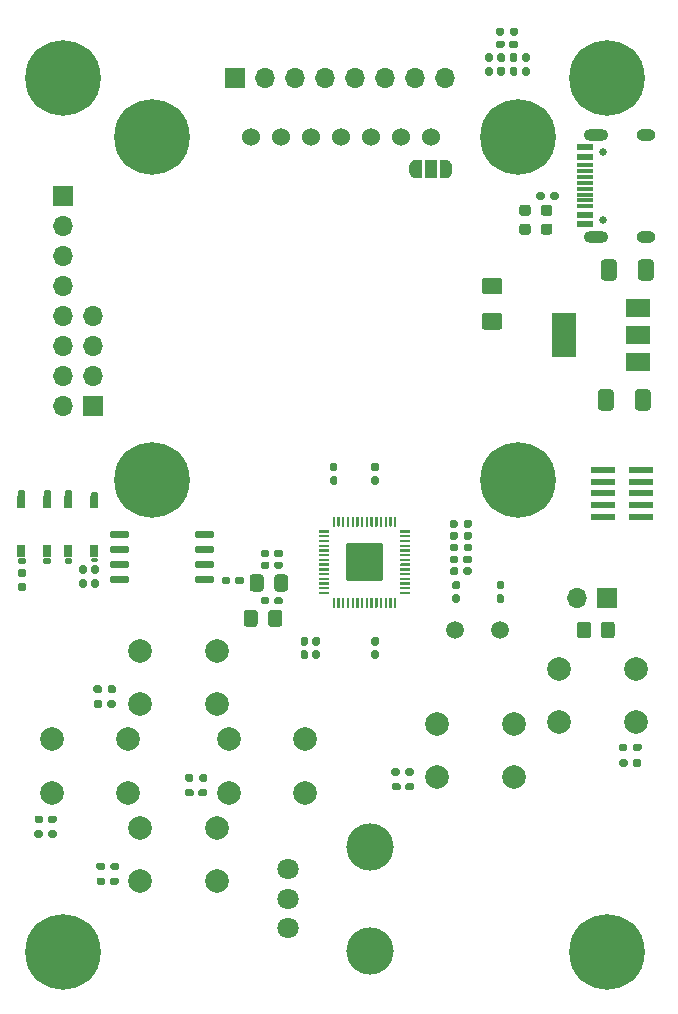
<source format=gbs>
G04 #@! TF.GenerationSoftware,KiCad,Pcbnew,5.1.9+dfsg1-1*
G04 #@! TF.CreationDate,2022-06-11T22:33:06-07:00*
G04 #@! TF.ProjectId,keygame,6b657967-616d-4652-9e6b-696361645f70,rev?*
G04 #@! TF.SameCoordinates,Original*
G04 #@! TF.FileFunction,Soldermask,Bot*
G04 #@! TF.FilePolarity,Negative*
%FSLAX46Y46*%
G04 Gerber Fmt 4.6, Leading zero omitted, Abs format (unit mm)*
G04 Created by KiCad (PCBNEW 5.1.9+dfsg1-1) date 2022-06-11 22:33:06*
%MOMM*%
%LPD*%
G01*
G04 APERTURE LIST*
%ADD10R,0.650000X1.050000*%
%ADD11C,0.800000*%
%ADD12C,6.400000*%
%ADD13R,1.700000X1.700000*%
%ADD14O,1.700000X1.700000*%
%ADD15C,2.000000*%
%ADD16C,1.524000*%
%ADD17C,1.800000*%
%ADD18C,4.000000*%
%ADD19R,2.000000X0.500000*%
%ADD20C,0.350000*%
%ADD21R,1.000000X1.500000*%
%ADD22R,2.000000X3.800000*%
%ADD23R,2.000000X1.500000*%
%ADD24C,1.500000*%
%ADD25O,1.600000X1.000000*%
%ADD26C,0.650000*%
%ADD27O,2.100000X1.000000*%
%ADD28R,1.450000X0.300000*%
%ADD29R,1.450000X0.600000*%
%ADD30C,0.254000*%
G04 APERTURE END LIST*
D10*
G04 #@! TO.C,SW9*
X138425000Y-56925000D03*
X138425000Y-61075000D03*
X140575000Y-56925000D03*
X140575000Y-61075000D03*
G04 #@! TD*
G04 #@! TO.C,SW7*
X134425000Y-56925000D03*
X134425000Y-61075000D03*
X136575000Y-56925000D03*
X136575000Y-61075000D03*
G04 #@! TD*
D11*
G04 #@! TO.C,H1*
X139697056Y-19302944D03*
X138000000Y-18600000D03*
X136302944Y-19302944D03*
X135600000Y-21000000D03*
X136302944Y-22697056D03*
X138000000Y-23400000D03*
X139697056Y-22697056D03*
X140400000Y-21000000D03*
D12*
X138000000Y-21000000D03*
G04 #@! TD*
G04 #@! TO.C,H2*
X184000000Y-21000000D03*
D11*
X186400000Y-21000000D03*
X185697056Y-22697056D03*
X184000000Y-23400000D03*
X182302944Y-22697056D03*
X181600000Y-21000000D03*
X182302944Y-19302944D03*
X184000000Y-18600000D03*
X185697056Y-19302944D03*
G04 #@! TD*
G04 #@! TO.C,H3*
X139697056Y-93302944D03*
X138000000Y-92600000D03*
X136302944Y-93302944D03*
X135600000Y-95000000D03*
X136302944Y-96697056D03*
X138000000Y-97400000D03*
X139697056Y-96697056D03*
X140400000Y-95000000D03*
D12*
X138000000Y-95000000D03*
G04 #@! TD*
G04 #@! TO.C,H4*
X184000000Y-95000000D03*
D11*
X186400000Y-95000000D03*
X185697056Y-96697056D03*
X184000000Y-97400000D03*
X182302944Y-96697056D03*
X181600000Y-95000000D03*
X182302944Y-93302944D03*
X184000000Y-92600000D03*
X185697056Y-93302944D03*
G04 #@! TD*
D12*
G04 #@! TO.C,H6*
X176500000Y-26000000D03*
D11*
X178900000Y-26000000D03*
X178197056Y-27697056D03*
X176500000Y-28400000D03*
X174802944Y-27697056D03*
X174100000Y-26000000D03*
X174802944Y-24302944D03*
X176500000Y-23600000D03*
X178197056Y-24302944D03*
G04 #@! TD*
G04 #@! TO.C,H7*
X147197056Y-53302944D03*
X145500000Y-52600000D03*
X143802944Y-53302944D03*
X143100000Y-55000000D03*
X143802944Y-56697056D03*
X145500000Y-57400000D03*
X147197056Y-56697056D03*
X147900000Y-55000000D03*
D12*
X145500000Y-55000000D03*
G04 #@! TD*
G04 #@! TO.C,H8*
X176500000Y-55000000D03*
D11*
X178900000Y-55000000D03*
X178197056Y-56697056D03*
X176500000Y-57400000D03*
X174802944Y-56697056D03*
X174100000Y-55000000D03*
X174802944Y-53302944D03*
X176500000Y-52600000D03*
X178197056Y-53302944D03*
G04 #@! TD*
D13*
G04 #@! TO.C,LS1*
X184000000Y-65000000D03*
D14*
X181460000Y-65000000D03*
G04 #@! TD*
D15*
G04 #@! TO.C,SW1*
X152000000Y-81500000D03*
X152000000Y-77000000D03*
X158500000Y-81500000D03*
X158500000Y-77000000D03*
G04 #@! TD*
G04 #@! TO.C,SW2*
X143500000Y-77000000D03*
X143500000Y-81500000D03*
X137000000Y-77000000D03*
X137000000Y-81500000D03*
G04 #@! TD*
G04 #@! TO.C,SW3*
X169625001Y-80175001D03*
X169625001Y-75675001D03*
X176125001Y-80175001D03*
X176125001Y-75675001D03*
G04 #@! TD*
G04 #@! TO.C,SW4*
X186500000Y-71000000D03*
X186500000Y-75500000D03*
X180000000Y-71000000D03*
X180000000Y-75500000D03*
G04 #@! TD*
G04 #@! TO.C,SW5*
X151000000Y-84500000D03*
X151000000Y-89000000D03*
X144500000Y-84500000D03*
X144500000Y-89000000D03*
G04 #@! TD*
G04 #@! TO.C,SW6*
X144500000Y-74000000D03*
X144500000Y-69500000D03*
X151000000Y-74000000D03*
X151000000Y-69500000D03*
G04 #@! TD*
D16*
G04 #@! TO.C,U2*
X161500000Y-26000000D03*
X158960000Y-26000000D03*
X164040000Y-26000000D03*
X156420000Y-26000000D03*
X166580000Y-26000000D03*
X153880000Y-26000000D03*
X169120000Y-26000000D03*
G04 #@! TD*
D13*
G04 #@! TO.C,J1*
X152500000Y-21000000D03*
D14*
X155040000Y-21000000D03*
X157580000Y-21000000D03*
X160120000Y-21000000D03*
X162660000Y-21000000D03*
X165200000Y-21000000D03*
X167740000Y-21000000D03*
X170280000Y-21000000D03*
G04 #@! TD*
D17*
G04 #@! TO.C,RV1*
X157000000Y-88000000D03*
X157000000Y-90500000D03*
X157000000Y-93000000D03*
D18*
X164000000Y-86100000D03*
X164000000Y-94900000D03*
G04 #@! TD*
D12*
G04 #@! TO.C,H5*
X145500000Y-26000000D03*
D11*
X147900000Y-26000000D03*
X147197056Y-27697056D03*
X145500000Y-28400000D03*
X143802944Y-27697056D03*
X143100000Y-26000000D03*
X143802944Y-24302944D03*
X145500000Y-23600000D03*
X147197056Y-24302944D03*
G04 #@! TD*
D13*
G04 #@! TO.C,J2*
X138000000Y-31000000D03*
D14*
X138000000Y-33540000D03*
X138000000Y-36080000D03*
X138000000Y-38620000D03*
X138000000Y-41160000D03*
X138000000Y-43700000D03*
X138000000Y-46240000D03*
X138000000Y-48780000D03*
G04 #@! TD*
G04 #@! TO.C,C1*
G36*
G01*
X142685000Y-88845000D02*
X142685000Y-89155000D01*
G75*
G02*
X142530000Y-89310000I-155000J0D01*
G01*
X142105000Y-89310000D01*
G75*
G02*
X141950000Y-89155000I0J155000D01*
G01*
X141950000Y-88845000D01*
G75*
G02*
X142105000Y-88690000I155000J0D01*
G01*
X142530000Y-88690000D01*
G75*
G02*
X142685000Y-88845000I0J-155000D01*
G01*
G37*
G36*
G01*
X141550000Y-88845000D02*
X141550000Y-89155000D01*
G75*
G02*
X141395000Y-89310000I-155000J0D01*
G01*
X140970000Y-89310000D01*
G75*
G02*
X140815000Y-89155000I0J155000D01*
G01*
X140815000Y-88845000D01*
G75*
G02*
X140970000Y-88690000I155000J0D01*
G01*
X141395000Y-88690000D01*
G75*
G02*
X141550000Y-88845000I0J-155000D01*
G01*
G37*
G04 #@! TD*
G04 #@! TO.C,C2*
G36*
G01*
X136700000Y-83905000D02*
X136700000Y-83595000D01*
G75*
G02*
X136855000Y-83440000I155000J0D01*
G01*
X137280000Y-83440000D01*
G75*
G02*
X137435000Y-83595000I0J-155000D01*
G01*
X137435000Y-83905000D01*
G75*
G02*
X137280000Y-84060000I-155000J0D01*
G01*
X136855000Y-84060000D01*
G75*
G02*
X136700000Y-83905000I0J155000D01*
G01*
G37*
G36*
G01*
X135565000Y-83905000D02*
X135565000Y-83595000D01*
G75*
G02*
X135720000Y-83440000I155000J0D01*
G01*
X136145000Y-83440000D01*
G75*
G02*
X136300000Y-83595000I0J-155000D01*
G01*
X136300000Y-83905000D01*
G75*
G02*
X136145000Y-84060000I-155000J0D01*
G01*
X135720000Y-84060000D01*
G75*
G02*
X135565000Y-83905000I0J155000D01*
G01*
G37*
G04 #@! TD*
G04 #@! TO.C,C3*
G36*
G01*
X150160000Y-81345000D02*
X150160000Y-81655000D01*
G75*
G02*
X150005000Y-81810000I-155000J0D01*
G01*
X149580000Y-81810000D01*
G75*
G02*
X149425000Y-81655000I0J155000D01*
G01*
X149425000Y-81345000D01*
G75*
G02*
X149580000Y-81190000I155000J0D01*
G01*
X150005000Y-81190000D01*
G75*
G02*
X150160000Y-81345000I0J-155000D01*
G01*
G37*
G36*
G01*
X149025000Y-81345000D02*
X149025000Y-81655000D01*
G75*
G02*
X148870000Y-81810000I-155000J0D01*
G01*
X148445000Y-81810000D01*
G75*
G02*
X148290000Y-81655000I0J155000D01*
G01*
X148290000Y-81345000D01*
G75*
G02*
X148445000Y-81190000I155000J0D01*
G01*
X148870000Y-81190000D01*
G75*
G02*
X149025000Y-81345000I0J-155000D01*
G01*
G37*
G04 #@! TD*
G04 #@! TO.C,C4*
G36*
G01*
X142435000Y-73845000D02*
X142435000Y-74155000D01*
G75*
G02*
X142280000Y-74310000I-155000J0D01*
G01*
X141855000Y-74310000D01*
G75*
G02*
X141700000Y-74155000I0J155000D01*
G01*
X141700000Y-73845000D01*
G75*
G02*
X141855000Y-73690000I155000J0D01*
G01*
X142280000Y-73690000D01*
G75*
G02*
X142435000Y-73845000I0J-155000D01*
G01*
G37*
G36*
G01*
X141300000Y-73845000D02*
X141300000Y-74155000D01*
G75*
G02*
X141145000Y-74310000I-155000J0D01*
G01*
X140720000Y-74310000D01*
G75*
G02*
X140565000Y-74155000I0J155000D01*
G01*
X140565000Y-73845000D01*
G75*
G02*
X140720000Y-73690000I155000J0D01*
G01*
X141145000Y-73690000D01*
G75*
G02*
X141300000Y-73845000I0J-155000D01*
G01*
G37*
G04 #@! TD*
G04 #@! TO.C,C5*
G36*
G01*
X185800000Y-78845000D02*
X185800000Y-79155000D01*
G75*
G02*
X185645000Y-79310000I-155000J0D01*
G01*
X185220000Y-79310000D01*
G75*
G02*
X185065000Y-79155000I0J155000D01*
G01*
X185065000Y-78845000D01*
G75*
G02*
X185220000Y-78690000I155000J0D01*
G01*
X185645000Y-78690000D01*
G75*
G02*
X185800000Y-78845000I0J-155000D01*
G01*
G37*
G36*
G01*
X186935000Y-78845000D02*
X186935000Y-79155000D01*
G75*
G02*
X186780000Y-79310000I-155000J0D01*
G01*
X186355000Y-79310000D01*
G75*
G02*
X186200000Y-79155000I0J155000D01*
G01*
X186200000Y-78845000D01*
G75*
G02*
X186355000Y-78690000I155000J0D01*
G01*
X186780000Y-78690000D01*
G75*
G02*
X186935000Y-78845000I0J-155000D01*
G01*
G37*
G04 #@! TD*
G04 #@! TO.C,C6*
G36*
G01*
X167685000Y-80845000D02*
X167685000Y-81155000D01*
G75*
G02*
X167530000Y-81310000I-155000J0D01*
G01*
X167105000Y-81310000D01*
G75*
G02*
X166950000Y-81155000I0J155000D01*
G01*
X166950000Y-80845000D01*
G75*
G02*
X167105000Y-80690000I155000J0D01*
G01*
X167530000Y-80690000D01*
G75*
G02*
X167685000Y-80845000I0J-155000D01*
G01*
G37*
G36*
G01*
X166550000Y-80845000D02*
X166550000Y-81155000D01*
G75*
G02*
X166395000Y-81310000I-155000J0D01*
G01*
X165970000Y-81310000D01*
G75*
G02*
X165815000Y-81155000I0J155000D01*
G01*
X165815000Y-80845000D01*
G75*
G02*
X165970000Y-80690000I155000J0D01*
G01*
X166395000Y-80690000D01*
G75*
G02*
X166550000Y-80845000I0J-155000D01*
G01*
G37*
G04 #@! TD*
G04 #@! TO.C,C9*
G36*
G01*
X155450000Y-61095000D02*
X155450000Y-61405000D01*
G75*
G02*
X155295000Y-61560000I-155000J0D01*
G01*
X154870000Y-61560000D01*
G75*
G02*
X154715000Y-61405000I0J155000D01*
G01*
X154715000Y-61095000D01*
G75*
G02*
X154870000Y-60940000I155000J0D01*
G01*
X155295000Y-60940000D01*
G75*
G02*
X155450000Y-61095000I0J-155000D01*
G01*
G37*
G36*
G01*
X156585000Y-61095000D02*
X156585000Y-61405000D01*
G75*
G02*
X156430000Y-61560000I-155000J0D01*
G01*
X156005000Y-61560000D01*
G75*
G02*
X155850000Y-61405000I0J155000D01*
G01*
X155850000Y-61095000D01*
G75*
G02*
X156005000Y-60940000I155000J0D01*
G01*
X156430000Y-60940000D01*
G75*
G02*
X156585000Y-61095000I0J-155000D01*
G01*
G37*
G04 #@! TD*
G04 #@! TO.C,C10*
G36*
G01*
X170715000Y-62905000D02*
X170715000Y-62595000D01*
G75*
G02*
X170870000Y-62440000I155000J0D01*
G01*
X171295000Y-62440000D01*
G75*
G02*
X171450000Y-62595000I0J-155000D01*
G01*
X171450000Y-62905000D01*
G75*
G02*
X171295000Y-63060000I-155000J0D01*
G01*
X170870000Y-63060000D01*
G75*
G02*
X170715000Y-62905000I0J155000D01*
G01*
G37*
G36*
G01*
X171850000Y-62905000D02*
X171850000Y-62595000D01*
G75*
G02*
X172005000Y-62440000I155000J0D01*
G01*
X172430000Y-62440000D01*
G75*
G02*
X172585000Y-62595000I0J-155000D01*
G01*
X172585000Y-62905000D01*
G75*
G02*
X172430000Y-63060000I-155000J0D01*
G01*
X172005000Y-63060000D01*
G75*
G02*
X171850000Y-62905000I0J155000D01*
G01*
G37*
G04 #@! TD*
G04 #@! TO.C,C11*
G36*
G01*
X157025000Y-63275000D02*
X157025000Y-64225000D01*
G75*
G02*
X156775000Y-64475000I-250000J0D01*
G01*
X156100000Y-64475000D01*
G75*
G02*
X155850000Y-64225000I0J250000D01*
G01*
X155850000Y-63275000D01*
G75*
G02*
X156100000Y-63025000I250000J0D01*
G01*
X156775000Y-63025000D01*
G75*
G02*
X157025000Y-63275000I0J-250000D01*
G01*
G37*
G36*
G01*
X154950000Y-63275000D02*
X154950000Y-64225000D01*
G75*
G02*
X154700000Y-64475000I-250000J0D01*
G01*
X154025000Y-64475000D01*
G75*
G02*
X153775000Y-64225000I0J250000D01*
G01*
X153775000Y-63275000D01*
G75*
G02*
X154025000Y-63025000I250000J0D01*
G01*
X154700000Y-63025000D01*
G75*
G02*
X154950000Y-63275000I0J-250000D01*
G01*
G37*
G04 #@! TD*
G04 #@! TO.C,C12*
G36*
G01*
X154450000Y-66275000D02*
X154450000Y-67225000D01*
G75*
G02*
X154200000Y-67475000I-250000J0D01*
G01*
X153525000Y-67475000D01*
G75*
G02*
X153275000Y-67225000I0J250000D01*
G01*
X153275000Y-66275000D01*
G75*
G02*
X153525000Y-66025000I250000J0D01*
G01*
X154200000Y-66025000D01*
G75*
G02*
X154450000Y-66275000I0J-250000D01*
G01*
G37*
G36*
G01*
X156525000Y-66275000D02*
X156525000Y-67225000D01*
G75*
G02*
X156275000Y-67475000I-250000J0D01*
G01*
X155600000Y-67475000D01*
G75*
G02*
X155350000Y-67225000I0J250000D01*
G01*
X155350000Y-66275000D01*
G75*
G02*
X155600000Y-66025000I250000J0D01*
G01*
X156275000Y-66025000D01*
G75*
G02*
X156525000Y-66275000I0J-250000D01*
G01*
G37*
G04 #@! TD*
G04 #@! TO.C,C13*
G36*
G01*
X156585000Y-62095000D02*
X156585000Y-62405000D01*
G75*
G02*
X156430000Y-62560000I-155000J0D01*
G01*
X156005000Y-62560000D01*
G75*
G02*
X155850000Y-62405000I0J155000D01*
G01*
X155850000Y-62095000D01*
G75*
G02*
X156005000Y-61940000I155000J0D01*
G01*
X156430000Y-61940000D01*
G75*
G02*
X156585000Y-62095000I0J-155000D01*
G01*
G37*
G36*
G01*
X155450000Y-62095000D02*
X155450000Y-62405000D01*
G75*
G02*
X155295000Y-62560000I-155000J0D01*
G01*
X154870000Y-62560000D01*
G75*
G02*
X154715000Y-62405000I0J155000D01*
G01*
X154715000Y-62095000D01*
G75*
G02*
X154870000Y-61940000I155000J0D01*
G01*
X155295000Y-61940000D01*
G75*
G02*
X155450000Y-62095000I0J-155000D01*
G01*
G37*
G04 #@! TD*
G04 #@! TO.C,C14*
G36*
G01*
X171850000Y-61905000D02*
X171850000Y-61595000D01*
G75*
G02*
X172005000Y-61440000I155000J0D01*
G01*
X172430000Y-61440000D01*
G75*
G02*
X172585000Y-61595000I0J-155000D01*
G01*
X172585000Y-61905000D01*
G75*
G02*
X172430000Y-62060000I-155000J0D01*
G01*
X172005000Y-62060000D01*
G75*
G02*
X171850000Y-61905000I0J155000D01*
G01*
G37*
G36*
G01*
X170715000Y-61905000D02*
X170715000Y-61595000D01*
G75*
G02*
X170870000Y-61440000I155000J0D01*
G01*
X171295000Y-61440000D01*
G75*
G02*
X171450000Y-61595000I0J-155000D01*
G01*
X171450000Y-61905000D01*
G75*
G02*
X171295000Y-62060000I-155000J0D01*
G01*
X170870000Y-62060000D01*
G75*
G02*
X170715000Y-61905000I0J155000D01*
G01*
G37*
G04 #@! TD*
G04 #@! TO.C,C15*
G36*
G01*
X164555000Y-55435000D02*
X164245000Y-55435000D01*
G75*
G02*
X164090000Y-55280000I0J155000D01*
G01*
X164090000Y-54855000D01*
G75*
G02*
X164245000Y-54700000I155000J0D01*
G01*
X164555000Y-54700000D01*
G75*
G02*
X164710000Y-54855000I0J-155000D01*
G01*
X164710000Y-55280000D01*
G75*
G02*
X164555000Y-55435000I-155000J0D01*
G01*
G37*
G36*
G01*
X164555000Y-54300000D02*
X164245000Y-54300000D01*
G75*
G02*
X164090000Y-54145000I0J155000D01*
G01*
X164090000Y-53720000D01*
G75*
G02*
X164245000Y-53565000I155000J0D01*
G01*
X164555000Y-53565000D01*
G75*
G02*
X164710000Y-53720000I0J-155000D01*
G01*
X164710000Y-54145000D01*
G75*
G02*
X164555000Y-54300000I-155000J0D01*
G01*
G37*
G04 #@! TD*
G04 #@! TO.C,C16*
G36*
G01*
X161055000Y-54300000D02*
X160745000Y-54300000D01*
G75*
G02*
X160590000Y-54145000I0J155000D01*
G01*
X160590000Y-53720000D01*
G75*
G02*
X160745000Y-53565000I155000J0D01*
G01*
X161055000Y-53565000D01*
G75*
G02*
X161210000Y-53720000I0J-155000D01*
G01*
X161210000Y-54145000D01*
G75*
G02*
X161055000Y-54300000I-155000J0D01*
G01*
G37*
G36*
G01*
X161055000Y-55435000D02*
X160745000Y-55435000D01*
G75*
G02*
X160590000Y-55280000I0J155000D01*
G01*
X160590000Y-54855000D01*
G75*
G02*
X160745000Y-54700000I155000J0D01*
G01*
X161055000Y-54700000D01*
G75*
G02*
X161210000Y-54855000I0J-155000D01*
G01*
X161210000Y-55280000D01*
G75*
G02*
X161055000Y-55435000I-155000J0D01*
G01*
G37*
G04 #@! TD*
G04 #@! TO.C,C17*
G36*
G01*
X159245000Y-69450000D02*
X159555000Y-69450000D01*
G75*
G02*
X159710000Y-69605000I0J-155000D01*
G01*
X159710000Y-70030000D01*
G75*
G02*
X159555000Y-70185000I-155000J0D01*
G01*
X159245000Y-70185000D01*
G75*
G02*
X159090000Y-70030000I0J155000D01*
G01*
X159090000Y-69605000D01*
G75*
G02*
X159245000Y-69450000I155000J0D01*
G01*
G37*
G36*
G01*
X159245000Y-68315000D02*
X159555000Y-68315000D01*
G75*
G02*
X159710000Y-68470000I0J-155000D01*
G01*
X159710000Y-68895000D01*
G75*
G02*
X159555000Y-69050000I-155000J0D01*
G01*
X159245000Y-69050000D01*
G75*
G02*
X159090000Y-68895000I0J155000D01*
G01*
X159090000Y-68470000D01*
G75*
G02*
X159245000Y-68315000I155000J0D01*
G01*
G37*
G04 #@! TD*
G04 #@! TO.C,C18*
G36*
G01*
X158245000Y-68315000D02*
X158555000Y-68315000D01*
G75*
G02*
X158710000Y-68470000I0J-155000D01*
G01*
X158710000Y-68895000D01*
G75*
G02*
X158555000Y-69050000I-155000J0D01*
G01*
X158245000Y-69050000D01*
G75*
G02*
X158090000Y-68895000I0J155000D01*
G01*
X158090000Y-68470000D01*
G75*
G02*
X158245000Y-68315000I155000J0D01*
G01*
G37*
G36*
G01*
X158245000Y-69450000D02*
X158555000Y-69450000D01*
G75*
G02*
X158710000Y-69605000I0J-155000D01*
G01*
X158710000Y-70030000D01*
G75*
G02*
X158555000Y-70185000I-155000J0D01*
G01*
X158245000Y-70185000D01*
G75*
G02*
X158090000Y-70030000I0J155000D01*
G01*
X158090000Y-69605000D01*
G75*
G02*
X158245000Y-69450000I155000J0D01*
G01*
G37*
G04 #@! TD*
G04 #@! TO.C,C19*
G36*
G01*
X155450000Y-65095000D02*
X155450000Y-65405000D01*
G75*
G02*
X155295000Y-65560000I-155000J0D01*
G01*
X154870000Y-65560000D01*
G75*
G02*
X154715000Y-65405000I0J155000D01*
G01*
X154715000Y-65095000D01*
G75*
G02*
X154870000Y-64940000I155000J0D01*
G01*
X155295000Y-64940000D01*
G75*
G02*
X155450000Y-65095000I0J-155000D01*
G01*
G37*
G36*
G01*
X156585000Y-65095000D02*
X156585000Y-65405000D01*
G75*
G02*
X156430000Y-65560000I-155000J0D01*
G01*
X156005000Y-65560000D01*
G75*
G02*
X155850000Y-65405000I0J155000D01*
G01*
X155850000Y-65095000D01*
G75*
G02*
X156005000Y-64940000I155000J0D01*
G01*
X156430000Y-64940000D01*
G75*
G02*
X156585000Y-65095000I0J-155000D01*
G01*
G37*
G04 #@! TD*
G04 #@! TO.C,C20*
G36*
G01*
X164245000Y-68315000D02*
X164555000Y-68315000D01*
G75*
G02*
X164710000Y-68470000I0J-155000D01*
G01*
X164710000Y-68895000D01*
G75*
G02*
X164555000Y-69050000I-155000J0D01*
G01*
X164245000Y-69050000D01*
G75*
G02*
X164090000Y-68895000I0J155000D01*
G01*
X164090000Y-68470000D01*
G75*
G02*
X164245000Y-68315000I155000J0D01*
G01*
G37*
G36*
G01*
X164245000Y-69450000D02*
X164555000Y-69450000D01*
G75*
G02*
X164710000Y-69605000I0J-155000D01*
G01*
X164710000Y-70030000D01*
G75*
G02*
X164555000Y-70185000I-155000J0D01*
G01*
X164245000Y-70185000D01*
G75*
G02*
X164090000Y-70030000I0J155000D01*
G01*
X164090000Y-69605000D01*
G75*
G02*
X164245000Y-69450000I155000J0D01*
G01*
G37*
G04 #@! TD*
G04 #@! TO.C,C22*
G36*
G01*
X152550000Y-63705000D02*
X152550000Y-63395000D01*
G75*
G02*
X152705000Y-63240000I155000J0D01*
G01*
X153130000Y-63240000D01*
G75*
G02*
X153285000Y-63395000I0J-155000D01*
G01*
X153285000Y-63705000D01*
G75*
G02*
X153130000Y-63860000I-155000J0D01*
G01*
X152705000Y-63860000D01*
G75*
G02*
X152550000Y-63705000I0J155000D01*
G01*
G37*
G36*
G01*
X151415000Y-63705000D02*
X151415000Y-63395000D01*
G75*
G02*
X151570000Y-63240000I155000J0D01*
G01*
X151995000Y-63240000D01*
G75*
G02*
X152150000Y-63395000I0J-155000D01*
G01*
X152150000Y-63705000D01*
G75*
G02*
X151995000Y-63860000I-155000J0D01*
G01*
X151570000Y-63860000D01*
G75*
G02*
X151415000Y-63705000I0J155000D01*
G01*
G37*
G04 #@! TD*
D13*
G04 #@! TO.C,J3*
X140540000Y-48780000D03*
D14*
X140540000Y-46240000D03*
X140540000Y-43700000D03*
X140540000Y-41160000D03*
G04 #@! TD*
D19*
G04 #@! TO.C,J4*
X183650000Y-58170000D03*
X186950000Y-58170000D03*
X183650000Y-57170000D03*
X186950000Y-57170000D03*
X183650000Y-56170000D03*
X186950000Y-56170000D03*
X183650000Y-55170000D03*
X186950000Y-55170000D03*
X183650000Y-54170000D03*
X186950000Y-54170000D03*
G04 #@! TD*
D20*
G04 #@! TO.C,JP1*
G36*
X170400000Y-27950602D02*
G01*
X170424534Y-27950602D01*
X170473365Y-27955412D01*
X170521490Y-27964984D01*
X170568445Y-27979228D01*
X170613778Y-27998005D01*
X170657051Y-28021136D01*
X170697850Y-28048396D01*
X170735779Y-28079524D01*
X170770476Y-28114221D01*
X170801604Y-28152150D01*
X170828864Y-28192949D01*
X170851995Y-28236222D01*
X170870772Y-28281555D01*
X170885016Y-28328510D01*
X170894588Y-28376635D01*
X170899398Y-28425466D01*
X170899398Y-28450000D01*
X170900000Y-28450000D01*
X170900000Y-28950000D01*
X170899398Y-28950000D01*
X170899398Y-28974534D01*
X170894588Y-29023365D01*
X170885016Y-29071490D01*
X170870772Y-29118445D01*
X170851995Y-29163778D01*
X170828864Y-29207051D01*
X170801604Y-29247850D01*
X170770476Y-29285779D01*
X170735779Y-29320476D01*
X170697850Y-29351604D01*
X170657051Y-29378864D01*
X170613778Y-29401995D01*
X170568445Y-29420772D01*
X170521490Y-29435016D01*
X170473365Y-29444588D01*
X170424534Y-29449398D01*
X170400000Y-29449398D01*
X170400000Y-29450000D01*
X169850000Y-29450000D01*
X169850000Y-27950000D01*
X170400000Y-27950000D01*
X170400000Y-27950602D01*
G37*
D21*
X169100000Y-28700000D03*
D20*
G36*
X168350000Y-29450000D02*
G01*
X167800000Y-29450000D01*
X167800000Y-29449398D01*
X167775466Y-29449398D01*
X167726635Y-29444588D01*
X167678510Y-29435016D01*
X167631555Y-29420772D01*
X167586222Y-29401995D01*
X167542949Y-29378864D01*
X167502150Y-29351604D01*
X167464221Y-29320476D01*
X167429524Y-29285779D01*
X167398396Y-29247850D01*
X167371136Y-29207051D01*
X167348005Y-29163778D01*
X167329228Y-29118445D01*
X167314984Y-29071490D01*
X167305412Y-29023365D01*
X167300602Y-28974534D01*
X167300602Y-28950000D01*
X167300000Y-28950000D01*
X167300000Y-28450000D01*
X167300602Y-28450000D01*
X167300602Y-28425466D01*
X167305412Y-28376635D01*
X167314984Y-28328510D01*
X167329228Y-28281555D01*
X167348005Y-28236222D01*
X167371136Y-28192949D01*
X167398396Y-28152150D01*
X167429524Y-28114221D01*
X167464221Y-28079524D01*
X167502150Y-28048396D01*
X167542949Y-28021136D01*
X167586222Y-27998005D01*
X167631555Y-27979228D01*
X167678510Y-27964984D01*
X167726635Y-27955412D01*
X167775466Y-27950602D01*
X167800000Y-27950602D01*
X167800000Y-27950000D01*
X168350000Y-27950000D01*
X168350000Y-29450000D01*
G37*
G04 #@! TD*
G04 #@! TO.C,R1*
G36*
G01*
X181480000Y-68180001D02*
X181480000Y-67279999D01*
G75*
G02*
X181729999Y-67030000I249999J0D01*
G01*
X182430001Y-67030000D01*
G75*
G02*
X182680000Y-67279999I0J-249999D01*
G01*
X182680000Y-68180001D01*
G75*
G02*
X182430001Y-68430000I-249999J0D01*
G01*
X181729999Y-68430000D01*
G75*
G02*
X181480000Y-68180001I0J249999D01*
G01*
G37*
G36*
G01*
X183480000Y-68180001D02*
X183480000Y-67279999D01*
G75*
G02*
X183729999Y-67030000I249999J0D01*
G01*
X184430001Y-67030000D01*
G75*
G02*
X184680000Y-67279999I0J-249999D01*
G01*
X184680000Y-68180001D01*
G75*
G02*
X184430001Y-68430000I-249999J0D01*
G01*
X183729999Y-68430000D01*
G75*
G02*
X183480000Y-68180001I0J249999D01*
G01*
G37*
G04 #@! TD*
G04 #@! TO.C,R2*
G36*
G01*
X142455000Y-72590000D02*
X142455000Y-72910000D01*
G75*
G02*
X142295000Y-73070000I-160000J0D01*
G01*
X141900000Y-73070000D01*
G75*
G02*
X141740000Y-72910000I0J160000D01*
G01*
X141740000Y-72590000D01*
G75*
G02*
X141900000Y-72430000I160000J0D01*
G01*
X142295000Y-72430000D01*
G75*
G02*
X142455000Y-72590000I0J-160000D01*
G01*
G37*
G36*
G01*
X141260000Y-72590000D02*
X141260000Y-72910000D01*
G75*
G02*
X141100000Y-73070000I-160000J0D01*
G01*
X140705000Y-73070000D01*
G75*
G02*
X140545000Y-72910000I0J160000D01*
G01*
X140545000Y-72590000D01*
G75*
G02*
X140705000Y-72430000I160000J0D01*
G01*
X141100000Y-72430000D01*
G75*
G02*
X141260000Y-72590000I0J-160000D01*
G01*
G37*
G04 #@! TD*
G04 #@! TO.C,R3*
G36*
G01*
X142705000Y-87590000D02*
X142705000Y-87910000D01*
G75*
G02*
X142545000Y-88070000I-160000J0D01*
G01*
X142150000Y-88070000D01*
G75*
G02*
X141990000Y-87910000I0J160000D01*
G01*
X141990000Y-87590000D01*
G75*
G02*
X142150000Y-87430000I160000J0D01*
G01*
X142545000Y-87430000D01*
G75*
G02*
X142705000Y-87590000I0J-160000D01*
G01*
G37*
G36*
G01*
X141510000Y-87590000D02*
X141510000Y-87910000D01*
G75*
G02*
X141350000Y-88070000I-160000J0D01*
G01*
X140955000Y-88070000D01*
G75*
G02*
X140795000Y-87910000I0J160000D01*
G01*
X140795000Y-87590000D01*
G75*
G02*
X140955000Y-87430000I160000J0D01*
G01*
X141350000Y-87430000D01*
G75*
G02*
X141510000Y-87590000I0J-160000D01*
G01*
G37*
G04 #@! TD*
G04 #@! TO.C,R4*
G36*
G01*
X135545000Y-85160000D02*
X135545000Y-84840000D01*
G75*
G02*
X135705000Y-84680000I160000J0D01*
G01*
X136100000Y-84680000D01*
G75*
G02*
X136260000Y-84840000I0J-160000D01*
G01*
X136260000Y-85160000D01*
G75*
G02*
X136100000Y-85320000I-160000J0D01*
G01*
X135705000Y-85320000D01*
G75*
G02*
X135545000Y-85160000I0J160000D01*
G01*
G37*
G36*
G01*
X136740000Y-85160000D02*
X136740000Y-84840000D01*
G75*
G02*
X136900000Y-84680000I160000J0D01*
G01*
X137295000Y-84680000D01*
G75*
G02*
X137455000Y-84840000I0J-160000D01*
G01*
X137455000Y-85160000D01*
G75*
G02*
X137295000Y-85320000I-160000J0D01*
G01*
X136900000Y-85320000D01*
G75*
G02*
X136740000Y-85160000I0J160000D01*
G01*
G37*
G04 #@! TD*
G04 #@! TO.C,R5*
G36*
G01*
X150205000Y-80090000D02*
X150205000Y-80410000D01*
G75*
G02*
X150045000Y-80570000I-160000J0D01*
G01*
X149650000Y-80570000D01*
G75*
G02*
X149490000Y-80410000I0J160000D01*
G01*
X149490000Y-80090000D01*
G75*
G02*
X149650000Y-79930000I160000J0D01*
G01*
X150045000Y-79930000D01*
G75*
G02*
X150205000Y-80090000I0J-160000D01*
G01*
G37*
G36*
G01*
X149010000Y-80090000D02*
X149010000Y-80410000D01*
G75*
G02*
X148850000Y-80570000I-160000J0D01*
G01*
X148455000Y-80570000D01*
G75*
G02*
X148295000Y-80410000I0J160000D01*
G01*
X148295000Y-80090000D01*
G75*
G02*
X148455000Y-79930000I160000J0D01*
G01*
X148850000Y-79930000D01*
G75*
G02*
X149010000Y-80090000I0J-160000D01*
G01*
G37*
G04 #@! TD*
G04 #@! TO.C,R6*
G36*
G01*
X185760000Y-77510000D02*
X185760000Y-77830000D01*
G75*
G02*
X185600000Y-77990000I-160000J0D01*
G01*
X185205000Y-77990000D01*
G75*
G02*
X185045000Y-77830000I0J160000D01*
G01*
X185045000Y-77510000D01*
G75*
G02*
X185205000Y-77350000I160000J0D01*
G01*
X185600000Y-77350000D01*
G75*
G02*
X185760000Y-77510000I0J-160000D01*
G01*
G37*
G36*
G01*
X186955000Y-77510000D02*
X186955000Y-77830000D01*
G75*
G02*
X186795000Y-77990000I-160000J0D01*
G01*
X186400000Y-77990000D01*
G75*
G02*
X186240000Y-77830000I0J160000D01*
G01*
X186240000Y-77510000D01*
G75*
G02*
X186400000Y-77350000I160000J0D01*
G01*
X186795000Y-77350000D01*
G75*
G02*
X186955000Y-77510000I0J-160000D01*
G01*
G37*
G04 #@! TD*
G04 #@! TO.C,R7*
G36*
G01*
X167680000Y-79590000D02*
X167680000Y-79910000D01*
G75*
G02*
X167520000Y-80070000I-160000J0D01*
G01*
X167125000Y-80070000D01*
G75*
G02*
X166965000Y-79910000I0J160000D01*
G01*
X166965000Y-79590000D01*
G75*
G02*
X167125000Y-79430000I160000J0D01*
G01*
X167520000Y-79430000D01*
G75*
G02*
X167680000Y-79590000I0J-160000D01*
G01*
G37*
G36*
G01*
X166485000Y-79590000D02*
X166485000Y-79910000D01*
G75*
G02*
X166325000Y-80070000I-160000J0D01*
G01*
X165930000Y-80070000D01*
G75*
G02*
X165770000Y-79910000I0J160000D01*
G01*
X165770000Y-79590000D01*
G75*
G02*
X165930000Y-79430000I160000J0D01*
G01*
X166325000Y-79430000D01*
G75*
G02*
X166485000Y-79590000I0J-160000D01*
G01*
G37*
G04 #@! TD*
G04 #@! TO.C,R8*
G36*
G01*
X134660000Y-64455000D02*
X134340000Y-64455000D01*
G75*
G02*
X134180000Y-64295000I0J160000D01*
G01*
X134180000Y-63900000D01*
G75*
G02*
X134340000Y-63740000I160000J0D01*
G01*
X134660000Y-63740000D01*
G75*
G02*
X134820000Y-63900000I0J-160000D01*
G01*
X134820000Y-64295000D01*
G75*
G02*
X134660000Y-64455000I-160000J0D01*
G01*
G37*
G36*
G01*
X134660000Y-63260000D02*
X134340000Y-63260000D01*
G75*
G02*
X134180000Y-63100000I0J160000D01*
G01*
X134180000Y-62705000D01*
G75*
G02*
X134340000Y-62545000I160000J0D01*
G01*
X134660000Y-62545000D01*
G75*
G02*
X134820000Y-62705000I0J-160000D01*
G01*
X134820000Y-63100000D01*
G75*
G02*
X134660000Y-63260000I-160000J0D01*
G01*
G37*
G04 #@! TD*
G04 #@! TO.C,R9*
G36*
G01*
X140860000Y-62960000D02*
X140540000Y-62960000D01*
G75*
G02*
X140380000Y-62800000I0J160000D01*
G01*
X140380000Y-62405000D01*
G75*
G02*
X140540000Y-62245000I160000J0D01*
G01*
X140860000Y-62245000D01*
G75*
G02*
X141020000Y-62405000I0J-160000D01*
G01*
X141020000Y-62800000D01*
G75*
G02*
X140860000Y-62960000I-160000J0D01*
G01*
G37*
G36*
G01*
X140860000Y-64155000D02*
X140540000Y-64155000D01*
G75*
G02*
X140380000Y-63995000I0J160000D01*
G01*
X140380000Y-63600000D01*
G75*
G02*
X140540000Y-63440000I160000J0D01*
G01*
X140860000Y-63440000D01*
G75*
G02*
X141020000Y-63600000I0J-160000D01*
G01*
X141020000Y-63995000D01*
G75*
G02*
X140860000Y-64155000I-160000J0D01*
G01*
G37*
G04 #@! TD*
G04 #@! TO.C,R10*
G36*
G01*
X171410000Y-60590000D02*
X171410000Y-60910000D01*
G75*
G02*
X171250000Y-61070000I-160000J0D01*
G01*
X170855000Y-61070000D01*
G75*
G02*
X170695000Y-60910000I0J160000D01*
G01*
X170695000Y-60590000D01*
G75*
G02*
X170855000Y-60430000I160000J0D01*
G01*
X171250000Y-60430000D01*
G75*
G02*
X171410000Y-60590000I0J-160000D01*
G01*
G37*
G36*
G01*
X172605000Y-60590000D02*
X172605000Y-60910000D01*
G75*
G02*
X172445000Y-61070000I-160000J0D01*
G01*
X172050000Y-61070000D01*
G75*
G02*
X171890000Y-60910000I0J160000D01*
G01*
X171890000Y-60590000D01*
G75*
G02*
X172050000Y-60430000I160000J0D01*
G01*
X172445000Y-60430000D01*
G75*
G02*
X172605000Y-60590000I0J-160000D01*
G01*
G37*
G04 #@! TD*
G04 #@! TO.C,R13*
G36*
G01*
X171410000Y-58590000D02*
X171410000Y-58910000D01*
G75*
G02*
X171250000Y-59070000I-160000J0D01*
G01*
X170855000Y-59070000D01*
G75*
G02*
X170695000Y-58910000I0J160000D01*
G01*
X170695000Y-58590000D01*
G75*
G02*
X170855000Y-58430000I160000J0D01*
G01*
X171250000Y-58430000D01*
G75*
G02*
X171410000Y-58590000I0J-160000D01*
G01*
G37*
G36*
G01*
X172605000Y-58590000D02*
X172605000Y-58910000D01*
G75*
G02*
X172445000Y-59070000I-160000J0D01*
G01*
X172050000Y-59070000D01*
G75*
G02*
X171890000Y-58910000I0J160000D01*
G01*
X171890000Y-58590000D01*
G75*
G02*
X172050000Y-58430000I160000J0D01*
G01*
X172445000Y-58430000D01*
G75*
G02*
X172605000Y-58590000I0J-160000D01*
G01*
G37*
G04 #@! TD*
G04 #@! TO.C,R15*
G36*
G01*
X171410000Y-59590000D02*
X171410000Y-59910000D01*
G75*
G02*
X171250000Y-60070000I-160000J0D01*
G01*
X170855000Y-60070000D01*
G75*
G02*
X170695000Y-59910000I0J160000D01*
G01*
X170695000Y-59590000D01*
G75*
G02*
X170855000Y-59430000I160000J0D01*
G01*
X171250000Y-59430000D01*
G75*
G02*
X171410000Y-59590000I0J-160000D01*
G01*
G37*
G36*
G01*
X172605000Y-59590000D02*
X172605000Y-59910000D01*
G75*
G02*
X172445000Y-60070000I-160000J0D01*
G01*
X172050000Y-60070000D01*
G75*
G02*
X171890000Y-59910000I0J160000D01*
G01*
X171890000Y-59590000D01*
G75*
G02*
X172050000Y-59430000I160000J0D01*
G01*
X172445000Y-59430000D01*
G75*
G02*
X172605000Y-59590000I0J-160000D01*
G01*
G37*
G04 #@! TD*
G04 #@! TO.C,R18*
G36*
G01*
X179955000Y-30840000D02*
X179955000Y-31160000D01*
G75*
G02*
X179795000Y-31320000I-160000J0D01*
G01*
X179400000Y-31320000D01*
G75*
G02*
X179240000Y-31160000I0J160000D01*
G01*
X179240000Y-30840000D01*
G75*
G02*
X179400000Y-30680000I160000J0D01*
G01*
X179795000Y-30680000D01*
G75*
G02*
X179955000Y-30840000I0J-160000D01*
G01*
G37*
G36*
G01*
X178760000Y-30840000D02*
X178760000Y-31160000D01*
G75*
G02*
X178600000Y-31320000I-160000J0D01*
G01*
X178205000Y-31320000D01*
G75*
G02*
X178045000Y-31160000I0J160000D01*
G01*
X178045000Y-30840000D01*
G75*
G02*
X178205000Y-30680000I160000J0D01*
G01*
X178600000Y-30680000D01*
G75*
G02*
X178760000Y-30840000I0J-160000D01*
G01*
G37*
G04 #@! TD*
G04 #@! TO.C,R19*
G36*
G01*
X139490000Y-63440000D02*
X139810000Y-63440000D01*
G75*
G02*
X139970000Y-63600000I0J-160000D01*
G01*
X139970000Y-63995000D01*
G75*
G02*
X139810000Y-64155000I-160000J0D01*
G01*
X139490000Y-64155000D01*
G75*
G02*
X139330000Y-63995000I0J160000D01*
G01*
X139330000Y-63600000D01*
G75*
G02*
X139490000Y-63440000I160000J0D01*
G01*
G37*
G36*
G01*
X139490000Y-62245000D02*
X139810000Y-62245000D01*
G75*
G02*
X139970000Y-62405000I0J-160000D01*
G01*
X139970000Y-62800000D01*
G75*
G02*
X139810000Y-62960000I-160000J0D01*
G01*
X139490000Y-62960000D01*
G75*
G02*
X139330000Y-62800000I0J160000D01*
G01*
X139330000Y-62405000D01*
G75*
G02*
X139490000Y-62245000I160000J0D01*
G01*
G37*
G04 #@! TD*
G04 #@! TO.C,U1*
G36*
G01*
X162044000Y-60400000D02*
X164956000Y-60400000D01*
G75*
G02*
X165100000Y-60544000I0J-144000D01*
G01*
X165100000Y-63456000D01*
G75*
G02*
X164956000Y-63600000I-144000J0D01*
G01*
X162044000Y-63600000D01*
G75*
G02*
X161900000Y-63456000I0J144000D01*
G01*
X161900000Y-60544000D01*
G75*
G02*
X162044000Y-60400000I144000J0D01*
G01*
G37*
G36*
G01*
X160850000Y-58125000D02*
X160950000Y-58125000D01*
G75*
G02*
X161000000Y-58175000I0J-50000D01*
G01*
X161000000Y-58950000D01*
G75*
G02*
X160950000Y-59000000I-50000J0D01*
G01*
X160850000Y-59000000D01*
G75*
G02*
X160800000Y-58950000I0J50000D01*
G01*
X160800000Y-58175000D01*
G75*
G02*
X160850000Y-58125000I50000J0D01*
G01*
G37*
G36*
G01*
X161250000Y-58125000D02*
X161350000Y-58125000D01*
G75*
G02*
X161400000Y-58175000I0J-50000D01*
G01*
X161400000Y-58950000D01*
G75*
G02*
X161350000Y-59000000I-50000J0D01*
G01*
X161250000Y-59000000D01*
G75*
G02*
X161200000Y-58950000I0J50000D01*
G01*
X161200000Y-58175000D01*
G75*
G02*
X161250000Y-58125000I50000J0D01*
G01*
G37*
G36*
G01*
X161650000Y-58125000D02*
X161750000Y-58125000D01*
G75*
G02*
X161800000Y-58175000I0J-50000D01*
G01*
X161800000Y-58950000D01*
G75*
G02*
X161750000Y-59000000I-50000J0D01*
G01*
X161650000Y-59000000D01*
G75*
G02*
X161600000Y-58950000I0J50000D01*
G01*
X161600000Y-58175000D01*
G75*
G02*
X161650000Y-58125000I50000J0D01*
G01*
G37*
G36*
G01*
X162050000Y-58125000D02*
X162150000Y-58125000D01*
G75*
G02*
X162200000Y-58175000I0J-50000D01*
G01*
X162200000Y-58950000D01*
G75*
G02*
X162150000Y-59000000I-50000J0D01*
G01*
X162050000Y-59000000D01*
G75*
G02*
X162000000Y-58950000I0J50000D01*
G01*
X162000000Y-58175000D01*
G75*
G02*
X162050000Y-58125000I50000J0D01*
G01*
G37*
G36*
G01*
X162450000Y-58125000D02*
X162550000Y-58125000D01*
G75*
G02*
X162600000Y-58175000I0J-50000D01*
G01*
X162600000Y-58950000D01*
G75*
G02*
X162550000Y-59000000I-50000J0D01*
G01*
X162450000Y-59000000D01*
G75*
G02*
X162400000Y-58950000I0J50000D01*
G01*
X162400000Y-58175000D01*
G75*
G02*
X162450000Y-58125000I50000J0D01*
G01*
G37*
G36*
G01*
X162850000Y-58125000D02*
X162950000Y-58125000D01*
G75*
G02*
X163000000Y-58175000I0J-50000D01*
G01*
X163000000Y-58950000D01*
G75*
G02*
X162950000Y-59000000I-50000J0D01*
G01*
X162850000Y-59000000D01*
G75*
G02*
X162800000Y-58950000I0J50000D01*
G01*
X162800000Y-58175000D01*
G75*
G02*
X162850000Y-58125000I50000J0D01*
G01*
G37*
G36*
G01*
X163250000Y-58125000D02*
X163350000Y-58125000D01*
G75*
G02*
X163400000Y-58175000I0J-50000D01*
G01*
X163400000Y-58950000D01*
G75*
G02*
X163350000Y-59000000I-50000J0D01*
G01*
X163250000Y-59000000D01*
G75*
G02*
X163200000Y-58950000I0J50000D01*
G01*
X163200000Y-58175000D01*
G75*
G02*
X163250000Y-58125000I50000J0D01*
G01*
G37*
G36*
G01*
X163650000Y-58125000D02*
X163750000Y-58125000D01*
G75*
G02*
X163800000Y-58175000I0J-50000D01*
G01*
X163800000Y-58950000D01*
G75*
G02*
X163750000Y-59000000I-50000J0D01*
G01*
X163650000Y-59000000D01*
G75*
G02*
X163600000Y-58950000I0J50000D01*
G01*
X163600000Y-58175000D01*
G75*
G02*
X163650000Y-58125000I50000J0D01*
G01*
G37*
G36*
G01*
X164050000Y-58125000D02*
X164150000Y-58125000D01*
G75*
G02*
X164200000Y-58175000I0J-50000D01*
G01*
X164200000Y-58950000D01*
G75*
G02*
X164150000Y-59000000I-50000J0D01*
G01*
X164050000Y-59000000D01*
G75*
G02*
X164000000Y-58950000I0J50000D01*
G01*
X164000000Y-58175000D01*
G75*
G02*
X164050000Y-58125000I50000J0D01*
G01*
G37*
G36*
G01*
X164450000Y-58125000D02*
X164550000Y-58125000D01*
G75*
G02*
X164600000Y-58175000I0J-50000D01*
G01*
X164600000Y-58950000D01*
G75*
G02*
X164550000Y-59000000I-50000J0D01*
G01*
X164450000Y-59000000D01*
G75*
G02*
X164400000Y-58950000I0J50000D01*
G01*
X164400000Y-58175000D01*
G75*
G02*
X164450000Y-58125000I50000J0D01*
G01*
G37*
G36*
G01*
X164850000Y-58125000D02*
X164950000Y-58125000D01*
G75*
G02*
X165000000Y-58175000I0J-50000D01*
G01*
X165000000Y-58950000D01*
G75*
G02*
X164950000Y-59000000I-50000J0D01*
G01*
X164850000Y-59000000D01*
G75*
G02*
X164800000Y-58950000I0J50000D01*
G01*
X164800000Y-58175000D01*
G75*
G02*
X164850000Y-58125000I50000J0D01*
G01*
G37*
G36*
G01*
X165250000Y-58125000D02*
X165350000Y-58125000D01*
G75*
G02*
X165400000Y-58175000I0J-50000D01*
G01*
X165400000Y-58950000D01*
G75*
G02*
X165350000Y-59000000I-50000J0D01*
G01*
X165250000Y-59000000D01*
G75*
G02*
X165200000Y-58950000I0J50000D01*
G01*
X165200000Y-58175000D01*
G75*
G02*
X165250000Y-58125000I50000J0D01*
G01*
G37*
G36*
G01*
X165650000Y-58125000D02*
X165750000Y-58125000D01*
G75*
G02*
X165800000Y-58175000I0J-50000D01*
G01*
X165800000Y-58950000D01*
G75*
G02*
X165750000Y-59000000I-50000J0D01*
G01*
X165650000Y-59000000D01*
G75*
G02*
X165600000Y-58950000I0J50000D01*
G01*
X165600000Y-58175000D01*
G75*
G02*
X165650000Y-58125000I50000J0D01*
G01*
G37*
G36*
G01*
X166050000Y-58125000D02*
X166150000Y-58125000D01*
G75*
G02*
X166200000Y-58175000I0J-50000D01*
G01*
X166200000Y-58950000D01*
G75*
G02*
X166150000Y-59000000I-50000J0D01*
G01*
X166050000Y-59000000D01*
G75*
G02*
X166000000Y-58950000I0J50000D01*
G01*
X166000000Y-58175000D01*
G75*
G02*
X166050000Y-58125000I50000J0D01*
G01*
G37*
G36*
G01*
X166550000Y-59300000D02*
X167325000Y-59300000D01*
G75*
G02*
X167375000Y-59350000I0J-50000D01*
G01*
X167375000Y-59450000D01*
G75*
G02*
X167325000Y-59500000I-50000J0D01*
G01*
X166550000Y-59500000D01*
G75*
G02*
X166500000Y-59450000I0J50000D01*
G01*
X166500000Y-59350000D01*
G75*
G02*
X166550000Y-59300000I50000J0D01*
G01*
G37*
G36*
G01*
X166550000Y-59700000D02*
X167325000Y-59700000D01*
G75*
G02*
X167375000Y-59750000I0J-50000D01*
G01*
X167375000Y-59850000D01*
G75*
G02*
X167325000Y-59900000I-50000J0D01*
G01*
X166550000Y-59900000D01*
G75*
G02*
X166500000Y-59850000I0J50000D01*
G01*
X166500000Y-59750000D01*
G75*
G02*
X166550000Y-59700000I50000J0D01*
G01*
G37*
G36*
G01*
X166550000Y-60100000D02*
X167325000Y-60100000D01*
G75*
G02*
X167375000Y-60150000I0J-50000D01*
G01*
X167375000Y-60250000D01*
G75*
G02*
X167325000Y-60300000I-50000J0D01*
G01*
X166550000Y-60300000D01*
G75*
G02*
X166500000Y-60250000I0J50000D01*
G01*
X166500000Y-60150000D01*
G75*
G02*
X166550000Y-60100000I50000J0D01*
G01*
G37*
G36*
G01*
X166550000Y-60500000D02*
X167325000Y-60500000D01*
G75*
G02*
X167375000Y-60550000I0J-50000D01*
G01*
X167375000Y-60650000D01*
G75*
G02*
X167325000Y-60700000I-50000J0D01*
G01*
X166550000Y-60700000D01*
G75*
G02*
X166500000Y-60650000I0J50000D01*
G01*
X166500000Y-60550000D01*
G75*
G02*
X166550000Y-60500000I50000J0D01*
G01*
G37*
G36*
G01*
X166550000Y-60900000D02*
X167325000Y-60900000D01*
G75*
G02*
X167375000Y-60950000I0J-50000D01*
G01*
X167375000Y-61050000D01*
G75*
G02*
X167325000Y-61100000I-50000J0D01*
G01*
X166550000Y-61100000D01*
G75*
G02*
X166500000Y-61050000I0J50000D01*
G01*
X166500000Y-60950000D01*
G75*
G02*
X166550000Y-60900000I50000J0D01*
G01*
G37*
G36*
G01*
X166550000Y-61300000D02*
X167325000Y-61300000D01*
G75*
G02*
X167375000Y-61350000I0J-50000D01*
G01*
X167375000Y-61450000D01*
G75*
G02*
X167325000Y-61500000I-50000J0D01*
G01*
X166550000Y-61500000D01*
G75*
G02*
X166500000Y-61450000I0J50000D01*
G01*
X166500000Y-61350000D01*
G75*
G02*
X166550000Y-61300000I50000J0D01*
G01*
G37*
G36*
G01*
X166550000Y-61700000D02*
X167325000Y-61700000D01*
G75*
G02*
X167375000Y-61750000I0J-50000D01*
G01*
X167375000Y-61850000D01*
G75*
G02*
X167325000Y-61900000I-50000J0D01*
G01*
X166550000Y-61900000D01*
G75*
G02*
X166500000Y-61850000I0J50000D01*
G01*
X166500000Y-61750000D01*
G75*
G02*
X166550000Y-61700000I50000J0D01*
G01*
G37*
G36*
G01*
X166550000Y-62100000D02*
X167325000Y-62100000D01*
G75*
G02*
X167375000Y-62150000I0J-50000D01*
G01*
X167375000Y-62250000D01*
G75*
G02*
X167325000Y-62300000I-50000J0D01*
G01*
X166550000Y-62300000D01*
G75*
G02*
X166500000Y-62250000I0J50000D01*
G01*
X166500000Y-62150000D01*
G75*
G02*
X166550000Y-62100000I50000J0D01*
G01*
G37*
G36*
G01*
X166550000Y-62500000D02*
X167325000Y-62500000D01*
G75*
G02*
X167375000Y-62550000I0J-50000D01*
G01*
X167375000Y-62650000D01*
G75*
G02*
X167325000Y-62700000I-50000J0D01*
G01*
X166550000Y-62700000D01*
G75*
G02*
X166500000Y-62650000I0J50000D01*
G01*
X166500000Y-62550000D01*
G75*
G02*
X166550000Y-62500000I50000J0D01*
G01*
G37*
G36*
G01*
X166550000Y-62900000D02*
X167325000Y-62900000D01*
G75*
G02*
X167375000Y-62950000I0J-50000D01*
G01*
X167375000Y-63050000D01*
G75*
G02*
X167325000Y-63100000I-50000J0D01*
G01*
X166550000Y-63100000D01*
G75*
G02*
X166500000Y-63050000I0J50000D01*
G01*
X166500000Y-62950000D01*
G75*
G02*
X166550000Y-62900000I50000J0D01*
G01*
G37*
G36*
G01*
X166550000Y-63300000D02*
X167325000Y-63300000D01*
G75*
G02*
X167375000Y-63350000I0J-50000D01*
G01*
X167375000Y-63450000D01*
G75*
G02*
X167325000Y-63500000I-50000J0D01*
G01*
X166550000Y-63500000D01*
G75*
G02*
X166500000Y-63450000I0J50000D01*
G01*
X166500000Y-63350000D01*
G75*
G02*
X166550000Y-63300000I50000J0D01*
G01*
G37*
G36*
G01*
X166550000Y-63700000D02*
X167325000Y-63700000D01*
G75*
G02*
X167375000Y-63750000I0J-50000D01*
G01*
X167375000Y-63850000D01*
G75*
G02*
X167325000Y-63900000I-50000J0D01*
G01*
X166550000Y-63900000D01*
G75*
G02*
X166500000Y-63850000I0J50000D01*
G01*
X166500000Y-63750000D01*
G75*
G02*
X166550000Y-63700000I50000J0D01*
G01*
G37*
G36*
G01*
X166550000Y-64100000D02*
X167325000Y-64100000D01*
G75*
G02*
X167375000Y-64150000I0J-50000D01*
G01*
X167375000Y-64250000D01*
G75*
G02*
X167325000Y-64300000I-50000J0D01*
G01*
X166550000Y-64300000D01*
G75*
G02*
X166500000Y-64250000I0J50000D01*
G01*
X166500000Y-64150000D01*
G75*
G02*
X166550000Y-64100000I50000J0D01*
G01*
G37*
G36*
G01*
X166550000Y-64500000D02*
X167325000Y-64500000D01*
G75*
G02*
X167375000Y-64550000I0J-50000D01*
G01*
X167375000Y-64650000D01*
G75*
G02*
X167325000Y-64700000I-50000J0D01*
G01*
X166550000Y-64700000D01*
G75*
G02*
X166500000Y-64650000I0J50000D01*
G01*
X166500000Y-64550000D01*
G75*
G02*
X166550000Y-64500000I50000J0D01*
G01*
G37*
G36*
G01*
X166050000Y-65000000D02*
X166150000Y-65000000D01*
G75*
G02*
X166200000Y-65050000I0J-50000D01*
G01*
X166200000Y-65825000D01*
G75*
G02*
X166150000Y-65875000I-50000J0D01*
G01*
X166050000Y-65875000D01*
G75*
G02*
X166000000Y-65825000I0J50000D01*
G01*
X166000000Y-65050000D01*
G75*
G02*
X166050000Y-65000000I50000J0D01*
G01*
G37*
G36*
G01*
X165650000Y-65000000D02*
X165750000Y-65000000D01*
G75*
G02*
X165800000Y-65050000I0J-50000D01*
G01*
X165800000Y-65825000D01*
G75*
G02*
X165750000Y-65875000I-50000J0D01*
G01*
X165650000Y-65875000D01*
G75*
G02*
X165600000Y-65825000I0J50000D01*
G01*
X165600000Y-65050000D01*
G75*
G02*
X165650000Y-65000000I50000J0D01*
G01*
G37*
G36*
G01*
X165250000Y-65000000D02*
X165350000Y-65000000D01*
G75*
G02*
X165400000Y-65050000I0J-50000D01*
G01*
X165400000Y-65825000D01*
G75*
G02*
X165350000Y-65875000I-50000J0D01*
G01*
X165250000Y-65875000D01*
G75*
G02*
X165200000Y-65825000I0J50000D01*
G01*
X165200000Y-65050000D01*
G75*
G02*
X165250000Y-65000000I50000J0D01*
G01*
G37*
G36*
G01*
X164850000Y-65000000D02*
X164950000Y-65000000D01*
G75*
G02*
X165000000Y-65050000I0J-50000D01*
G01*
X165000000Y-65825000D01*
G75*
G02*
X164950000Y-65875000I-50000J0D01*
G01*
X164850000Y-65875000D01*
G75*
G02*
X164800000Y-65825000I0J50000D01*
G01*
X164800000Y-65050000D01*
G75*
G02*
X164850000Y-65000000I50000J0D01*
G01*
G37*
G36*
G01*
X164450000Y-65000000D02*
X164550000Y-65000000D01*
G75*
G02*
X164600000Y-65050000I0J-50000D01*
G01*
X164600000Y-65825000D01*
G75*
G02*
X164550000Y-65875000I-50000J0D01*
G01*
X164450000Y-65875000D01*
G75*
G02*
X164400000Y-65825000I0J50000D01*
G01*
X164400000Y-65050000D01*
G75*
G02*
X164450000Y-65000000I50000J0D01*
G01*
G37*
G36*
G01*
X164050000Y-65000000D02*
X164150000Y-65000000D01*
G75*
G02*
X164200000Y-65050000I0J-50000D01*
G01*
X164200000Y-65825000D01*
G75*
G02*
X164150000Y-65875000I-50000J0D01*
G01*
X164050000Y-65875000D01*
G75*
G02*
X164000000Y-65825000I0J50000D01*
G01*
X164000000Y-65050000D01*
G75*
G02*
X164050000Y-65000000I50000J0D01*
G01*
G37*
G36*
G01*
X163650000Y-65000000D02*
X163750000Y-65000000D01*
G75*
G02*
X163800000Y-65050000I0J-50000D01*
G01*
X163800000Y-65825000D01*
G75*
G02*
X163750000Y-65875000I-50000J0D01*
G01*
X163650000Y-65875000D01*
G75*
G02*
X163600000Y-65825000I0J50000D01*
G01*
X163600000Y-65050000D01*
G75*
G02*
X163650000Y-65000000I50000J0D01*
G01*
G37*
G36*
G01*
X163250000Y-65000000D02*
X163350000Y-65000000D01*
G75*
G02*
X163400000Y-65050000I0J-50000D01*
G01*
X163400000Y-65825000D01*
G75*
G02*
X163350000Y-65875000I-50000J0D01*
G01*
X163250000Y-65875000D01*
G75*
G02*
X163200000Y-65825000I0J50000D01*
G01*
X163200000Y-65050000D01*
G75*
G02*
X163250000Y-65000000I50000J0D01*
G01*
G37*
G36*
G01*
X162850000Y-65000000D02*
X162950000Y-65000000D01*
G75*
G02*
X163000000Y-65050000I0J-50000D01*
G01*
X163000000Y-65825000D01*
G75*
G02*
X162950000Y-65875000I-50000J0D01*
G01*
X162850000Y-65875000D01*
G75*
G02*
X162800000Y-65825000I0J50000D01*
G01*
X162800000Y-65050000D01*
G75*
G02*
X162850000Y-65000000I50000J0D01*
G01*
G37*
G36*
G01*
X162450000Y-65000000D02*
X162550000Y-65000000D01*
G75*
G02*
X162600000Y-65050000I0J-50000D01*
G01*
X162600000Y-65825000D01*
G75*
G02*
X162550000Y-65875000I-50000J0D01*
G01*
X162450000Y-65875000D01*
G75*
G02*
X162400000Y-65825000I0J50000D01*
G01*
X162400000Y-65050000D01*
G75*
G02*
X162450000Y-65000000I50000J0D01*
G01*
G37*
G36*
G01*
X162050000Y-65000000D02*
X162150000Y-65000000D01*
G75*
G02*
X162200000Y-65050000I0J-50000D01*
G01*
X162200000Y-65825000D01*
G75*
G02*
X162150000Y-65875000I-50000J0D01*
G01*
X162050000Y-65875000D01*
G75*
G02*
X162000000Y-65825000I0J50000D01*
G01*
X162000000Y-65050000D01*
G75*
G02*
X162050000Y-65000000I50000J0D01*
G01*
G37*
G36*
G01*
X161650000Y-65000000D02*
X161750000Y-65000000D01*
G75*
G02*
X161800000Y-65050000I0J-50000D01*
G01*
X161800000Y-65825000D01*
G75*
G02*
X161750000Y-65875000I-50000J0D01*
G01*
X161650000Y-65875000D01*
G75*
G02*
X161600000Y-65825000I0J50000D01*
G01*
X161600000Y-65050000D01*
G75*
G02*
X161650000Y-65000000I50000J0D01*
G01*
G37*
G36*
G01*
X161250000Y-65000000D02*
X161350000Y-65000000D01*
G75*
G02*
X161400000Y-65050000I0J-50000D01*
G01*
X161400000Y-65825000D01*
G75*
G02*
X161350000Y-65875000I-50000J0D01*
G01*
X161250000Y-65875000D01*
G75*
G02*
X161200000Y-65825000I0J50000D01*
G01*
X161200000Y-65050000D01*
G75*
G02*
X161250000Y-65000000I50000J0D01*
G01*
G37*
G36*
G01*
X160850000Y-65000000D02*
X160950000Y-65000000D01*
G75*
G02*
X161000000Y-65050000I0J-50000D01*
G01*
X161000000Y-65825000D01*
G75*
G02*
X160950000Y-65875000I-50000J0D01*
G01*
X160850000Y-65875000D01*
G75*
G02*
X160800000Y-65825000I0J50000D01*
G01*
X160800000Y-65050000D01*
G75*
G02*
X160850000Y-65000000I50000J0D01*
G01*
G37*
G36*
G01*
X159675000Y-64500000D02*
X160450000Y-64500000D01*
G75*
G02*
X160500000Y-64550000I0J-50000D01*
G01*
X160500000Y-64650000D01*
G75*
G02*
X160450000Y-64700000I-50000J0D01*
G01*
X159675000Y-64700000D01*
G75*
G02*
X159625000Y-64650000I0J50000D01*
G01*
X159625000Y-64550000D01*
G75*
G02*
X159675000Y-64500000I50000J0D01*
G01*
G37*
G36*
G01*
X159675000Y-64100000D02*
X160450000Y-64100000D01*
G75*
G02*
X160500000Y-64150000I0J-50000D01*
G01*
X160500000Y-64250000D01*
G75*
G02*
X160450000Y-64300000I-50000J0D01*
G01*
X159675000Y-64300000D01*
G75*
G02*
X159625000Y-64250000I0J50000D01*
G01*
X159625000Y-64150000D01*
G75*
G02*
X159675000Y-64100000I50000J0D01*
G01*
G37*
G36*
G01*
X159675000Y-63700000D02*
X160450000Y-63700000D01*
G75*
G02*
X160500000Y-63750000I0J-50000D01*
G01*
X160500000Y-63850000D01*
G75*
G02*
X160450000Y-63900000I-50000J0D01*
G01*
X159675000Y-63900000D01*
G75*
G02*
X159625000Y-63850000I0J50000D01*
G01*
X159625000Y-63750000D01*
G75*
G02*
X159675000Y-63700000I50000J0D01*
G01*
G37*
G36*
G01*
X159675000Y-63300000D02*
X160450000Y-63300000D01*
G75*
G02*
X160500000Y-63350000I0J-50000D01*
G01*
X160500000Y-63450000D01*
G75*
G02*
X160450000Y-63500000I-50000J0D01*
G01*
X159675000Y-63500000D01*
G75*
G02*
X159625000Y-63450000I0J50000D01*
G01*
X159625000Y-63350000D01*
G75*
G02*
X159675000Y-63300000I50000J0D01*
G01*
G37*
G36*
G01*
X159675000Y-62900000D02*
X160450000Y-62900000D01*
G75*
G02*
X160500000Y-62950000I0J-50000D01*
G01*
X160500000Y-63050000D01*
G75*
G02*
X160450000Y-63100000I-50000J0D01*
G01*
X159675000Y-63100000D01*
G75*
G02*
X159625000Y-63050000I0J50000D01*
G01*
X159625000Y-62950000D01*
G75*
G02*
X159675000Y-62900000I50000J0D01*
G01*
G37*
G36*
G01*
X159675000Y-62500000D02*
X160450000Y-62500000D01*
G75*
G02*
X160500000Y-62550000I0J-50000D01*
G01*
X160500000Y-62650000D01*
G75*
G02*
X160450000Y-62700000I-50000J0D01*
G01*
X159675000Y-62700000D01*
G75*
G02*
X159625000Y-62650000I0J50000D01*
G01*
X159625000Y-62550000D01*
G75*
G02*
X159675000Y-62500000I50000J0D01*
G01*
G37*
G36*
G01*
X159675000Y-62100000D02*
X160450000Y-62100000D01*
G75*
G02*
X160500000Y-62150000I0J-50000D01*
G01*
X160500000Y-62250000D01*
G75*
G02*
X160450000Y-62300000I-50000J0D01*
G01*
X159675000Y-62300000D01*
G75*
G02*
X159625000Y-62250000I0J50000D01*
G01*
X159625000Y-62150000D01*
G75*
G02*
X159675000Y-62100000I50000J0D01*
G01*
G37*
G36*
G01*
X159675000Y-61700000D02*
X160450000Y-61700000D01*
G75*
G02*
X160500000Y-61750000I0J-50000D01*
G01*
X160500000Y-61850000D01*
G75*
G02*
X160450000Y-61900000I-50000J0D01*
G01*
X159675000Y-61900000D01*
G75*
G02*
X159625000Y-61850000I0J50000D01*
G01*
X159625000Y-61750000D01*
G75*
G02*
X159675000Y-61700000I50000J0D01*
G01*
G37*
G36*
G01*
X159675000Y-61300000D02*
X160450000Y-61300000D01*
G75*
G02*
X160500000Y-61350000I0J-50000D01*
G01*
X160500000Y-61450000D01*
G75*
G02*
X160450000Y-61500000I-50000J0D01*
G01*
X159675000Y-61500000D01*
G75*
G02*
X159625000Y-61450000I0J50000D01*
G01*
X159625000Y-61350000D01*
G75*
G02*
X159675000Y-61300000I50000J0D01*
G01*
G37*
G36*
G01*
X159675000Y-60900000D02*
X160450000Y-60900000D01*
G75*
G02*
X160500000Y-60950000I0J-50000D01*
G01*
X160500000Y-61050000D01*
G75*
G02*
X160450000Y-61100000I-50000J0D01*
G01*
X159675000Y-61100000D01*
G75*
G02*
X159625000Y-61050000I0J50000D01*
G01*
X159625000Y-60950000D01*
G75*
G02*
X159675000Y-60900000I50000J0D01*
G01*
G37*
G36*
G01*
X159675000Y-60500000D02*
X160450000Y-60500000D01*
G75*
G02*
X160500000Y-60550000I0J-50000D01*
G01*
X160500000Y-60650000D01*
G75*
G02*
X160450000Y-60700000I-50000J0D01*
G01*
X159675000Y-60700000D01*
G75*
G02*
X159625000Y-60650000I0J50000D01*
G01*
X159625000Y-60550000D01*
G75*
G02*
X159675000Y-60500000I50000J0D01*
G01*
G37*
G36*
G01*
X159675000Y-60100000D02*
X160450000Y-60100000D01*
G75*
G02*
X160500000Y-60150000I0J-50000D01*
G01*
X160500000Y-60250000D01*
G75*
G02*
X160450000Y-60300000I-50000J0D01*
G01*
X159675000Y-60300000D01*
G75*
G02*
X159625000Y-60250000I0J50000D01*
G01*
X159625000Y-60150000D01*
G75*
G02*
X159675000Y-60100000I50000J0D01*
G01*
G37*
G36*
G01*
X159675000Y-59700000D02*
X160450000Y-59700000D01*
G75*
G02*
X160500000Y-59750000I0J-50000D01*
G01*
X160500000Y-59850000D01*
G75*
G02*
X160450000Y-59900000I-50000J0D01*
G01*
X159675000Y-59900000D01*
G75*
G02*
X159625000Y-59850000I0J50000D01*
G01*
X159625000Y-59750000D01*
G75*
G02*
X159675000Y-59700000I50000J0D01*
G01*
G37*
G36*
G01*
X159675000Y-59300000D02*
X160450000Y-59300000D01*
G75*
G02*
X160500000Y-59350000I0J-50000D01*
G01*
X160500000Y-59450000D01*
G75*
G02*
X160450000Y-59500000I-50000J0D01*
G01*
X159675000Y-59500000D01*
G75*
G02*
X159625000Y-59450000I0J50000D01*
G01*
X159625000Y-59350000D01*
G75*
G02*
X159675000Y-59300000I50000J0D01*
G01*
G37*
G04 #@! TD*
G04 #@! TO.C,U3*
G36*
G01*
X141950000Y-63605000D02*
X141950000Y-63305000D01*
G75*
G02*
X142100000Y-63155000I150000J0D01*
G01*
X143400000Y-63155000D01*
G75*
G02*
X143550000Y-63305000I0J-150000D01*
G01*
X143550000Y-63605000D01*
G75*
G02*
X143400000Y-63755000I-150000J0D01*
G01*
X142100000Y-63755000D01*
G75*
G02*
X141950000Y-63605000I0J150000D01*
G01*
G37*
G36*
G01*
X141950000Y-62335000D02*
X141950000Y-62035000D01*
G75*
G02*
X142100000Y-61885000I150000J0D01*
G01*
X143400000Y-61885000D01*
G75*
G02*
X143550000Y-62035000I0J-150000D01*
G01*
X143550000Y-62335000D01*
G75*
G02*
X143400000Y-62485000I-150000J0D01*
G01*
X142100000Y-62485000D01*
G75*
G02*
X141950000Y-62335000I0J150000D01*
G01*
G37*
G36*
G01*
X141950000Y-61065000D02*
X141950000Y-60765000D01*
G75*
G02*
X142100000Y-60615000I150000J0D01*
G01*
X143400000Y-60615000D01*
G75*
G02*
X143550000Y-60765000I0J-150000D01*
G01*
X143550000Y-61065000D01*
G75*
G02*
X143400000Y-61215000I-150000J0D01*
G01*
X142100000Y-61215000D01*
G75*
G02*
X141950000Y-61065000I0J150000D01*
G01*
G37*
G36*
G01*
X141950000Y-59795000D02*
X141950000Y-59495000D01*
G75*
G02*
X142100000Y-59345000I150000J0D01*
G01*
X143400000Y-59345000D01*
G75*
G02*
X143550000Y-59495000I0J-150000D01*
G01*
X143550000Y-59795000D01*
G75*
G02*
X143400000Y-59945000I-150000J0D01*
G01*
X142100000Y-59945000D01*
G75*
G02*
X141950000Y-59795000I0J150000D01*
G01*
G37*
G36*
G01*
X149150000Y-59795000D02*
X149150000Y-59495000D01*
G75*
G02*
X149300000Y-59345000I150000J0D01*
G01*
X150600000Y-59345000D01*
G75*
G02*
X150750000Y-59495000I0J-150000D01*
G01*
X150750000Y-59795000D01*
G75*
G02*
X150600000Y-59945000I-150000J0D01*
G01*
X149300000Y-59945000D01*
G75*
G02*
X149150000Y-59795000I0J150000D01*
G01*
G37*
G36*
G01*
X149150000Y-61065000D02*
X149150000Y-60765000D01*
G75*
G02*
X149300000Y-60615000I150000J0D01*
G01*
X150600000Y-60615000D01*
G75*
G02*
X150750000Y-60765000I0J-150000D01*
G01*
X150750000Y-61065000D01*
G75*
G02*
X150600000Y-61215000I-150000J0D01*
G01*
X149300000Y-61215000D01*
G75*
G02*
X149150000Y-61065000I0J150000D01*
G01*
G37*
G36*
G01*
X149150000Y-62335000D02*
X149150000Y-62035000D01*
G75*
G02*
X149300000Y-61885000I150000J0D01*
G01*
X150600000Y-61885000D01*
G75*
G02*
X150750000Y-62035000I0J-150000D01*
G01*
X150750000Y-62335000D01*
G75*
G02*
X150600000Y-62485000I-150000J0D01*
G01*
X149300000Y-62485000D01*
G75*
G02*
X149150000Y-62335000I0J150000D01*
G01*
G37*
G36*
G01*
X149150000Y-63605000D02*
X149150000Y-63305000D01*
G75*
G02*
X149300000Y-63155000I150000J0D01*
G01*
X150600000Y-63155000D01*
G75*
G02*
X150750000Y-63305000I0J-150000D01*
G01*
X150750000Y-63605000D01*
G75*
G02*
X150600000Y-63755000I-150000J0D01*
G01*
X149300000Y-63755000D01*
G75*
G02*
X149150000Y-63605000I0J150000D01*
G01*
G37*
G04 #@! TD*
D22*
G04 #@! TO.C,U4*
X180350000Y-42750000D03*
D23*
X186650000Y-42750000D03*
X186650000Y-45050000D03*
X186650000Y-40450000D03*
G04 #@! TD*
D24*
G04 #@! TO.C,Y1*
X175000000Y-67750000D03*
X171200000Y-67750000D03*
G04 #@! TD*
G04 #@! TO.C,C7*
G36*
G01*
X171405000Y-65435000D02*
X171095000Y-65435000D01*
G75*
G02*
X170940000Y-65280000I0J155000D01*
G01*
X170940000Y-64855000D01*
G75*
G02*
X171095000Y-64700000I155000J0D01*
G01*
X171405000Y-64700000D01*
G75*
G02*
X171560000Y-64855000I0J-155000D01*
G01*
X171560000Y-65280000D01*
G75*
G02*
X171405000Y-65435000I-155000J0D01*
G01*
G37*
G36*
G01*
X171405000Y-64300000D02*
X171095000Y-64300000D01*
G75*
G02*
X170940000Y-64145000I0J155000D01*
G01*
X170940000Y-63720000D01*
G75*
G02*
X171095000Y-63565000I155000J0D01*
G01*
X171405000Y-63565000D01*
G75*
G02*
X171560000Y-63720000I0J-155000D01*
G01*
X171560000Y-64145000D01*
G75*
G02*
X171405000Y-64300000I-155000J0D01*
G01*
G37*
G04 #@! TD*
G04 #@! TO.C,C8*
G36*
G01*
X175155000Y-64300000D02*
X174845000Y-64300000D01*
G75*
G02*
X174690000Y-64145000I0J155000D01*
G01*
X174690000Y-63720000D01*
G75*
G02*
X174845000Y-63565000I155000J0D01*
G01*
X175155000Y-63565000D01*
G75*
G02*
X175310000Y-63720000I0J-155000D01*
G01*
X175310000Y-64145000D01*
G75*
G02*
X175155000Y-64300000I-155000J0D01*
G01*
G37*
G36*
G01*
X175155000Y-65435000D02*
X174845000Y-65435000D01*
G75*
G02*
X174690000Y-65280000I0J155000D01*
G01*
X174690000Y-64855000D01*
G75*
G02*
X174845000Y-64700000I155000J0D01*
G01*
X175155000Y-64700000D01*
G75*
G02*
X175310000Y-64855000I0J-155000D01*
G01*
X175310000Y-65280000D01*
G75*
G02*
X175155000Y-65435000I-155000J0D01*
G01*
G37*
G04 #@! TD*
D25*
G04 #@! TO.C,P1*
X187300000Y-34430000D03*
D26*
X183650000Y-33000000D03*
D25*
X187300000Y-25790000D03*
D26*
X183650000Y-27220000D03*
D27*
X183120000Y-25790000D03*
X183120000Y-34430000D03*
D28*
X182205000Y-29860000D03*
X182205000Y-31860000D03*
X182205000Y-31360000D03*
X182205000Y-30860000D03*
X182205000Y-30360000D03*
X182205000Y-29360000D03*
X182205000Y-28860000D03*
X182205000Y-28360000D03*
D29*
X182205000Y-33360000D03*
X182205000Y-32560000D03*
X182205000Y-27660000D03*
X182205000Y-26860000D03*
X182205000Y-26860000D03*
X182205000Y-27660000D03*
X182205000Y-32560000D03*
X182205000Y-33360000D03*
G04 #@! TD*
G04 #@! TO.C,D1*
G36*
G01*
X175230000Y-20797500D02*
X174910000Y-20797500D01*
G75*
G02*
X174750000Y-20637500I0J160000D01*
G01*
X174750000Y-20192500D01*
G75*
G02*
X174910000Y-20032500I160000J0D01*
G01*
X175230000Y-20032500D01*
G75*
G02*
X175390000Y-20192500I0J-160000D01*
G01*
X175390000Y-20637500D01*
G75*
G02*
X175230000Y-20797500I-160000J0D01*
G01*
G37*
G36*
G01*
X175230000Y-19652500D02*
X174910000Y-19652500D01*
G75*
G02*
X174750000Y-19492500I0J160000D01*
G01*
X174750000Y-19047500D01*
G75*
G02*
X174910000Y-18887500I160000J0D01*
G01*
X175230000Y-18887500D01*
G75*
G02*
X175390000Y-19047500I0J-160000D01*
G01*
X175390000Y-19492500D01*
G75*
G02*
X175230000Y-19652500I-160000J0D01*
G01*
G37*
G04 #@! TD*
G04 #@! TO.C,D2*
G36*
G01*
X176280000Y-19650000D02*
X175960000Y-19650000D01*
G75*
G02*
X175800000Y-19490000I0J160000D01*
G01*
X175800000Y-19045000D01*
G75*
G02*
X175960000Y-18885000I160000J0D01*
G01*
X176280000Y-18885000D01*
G75*
G02*
X176440000Y-19045000I0J-160000D01*
G01*
X176440000Y-19490000D01*
G75*
G02*
X176280000Y-19650000I-160000J0D01*
G01*
G37*
G36*
G01*
X176280000Y-20795000D02*
X175960000Y-20795000D01*
G75*
G02*
X175800000Y-20635000I0J160000D01*
G01*
X175800000Y-20190000D01*
G75*
G02*
X175960000Y-20030000I160000J0D01*
G01*
X176280000Y-20030000D01*
G75*
G02*
X176440000Y-20190000I0J-160000D01*
G01*
X176440000Y-20635000D01*
G75*
G02*
X176280000Y-20795000I-160000J0D01*
G01*
G37*
G04 #@! TD*
G04 #@! TO.C,D3*
G36*
G01*
X176515000Y-17990000D02*
X176515000Y-18310000D01*
G75*
G02*
X176355000Y-18470000I-160000J0D01*
G01*
X175910000Y-18470000D01*
G75*
G02*
X175750000Y-18310000I0J160000D01*
G01*
X175750000Y-17990000D01*
G75*
G02*
X175910000Y-17830000I160000J0D01*
G01*
X176355000Y-17830000D01*
G75*
G02*
X176515000Y-17990000I0J-160000D01*
G01*
G37*
G36*
G01*
X175370000Y-17990000D02*
X175370000Y-18310000D01*
G75*
G02*
X175210000Y-18470000I-160000J0D01*
G01*
X174765000Y-18470000D01*
G75*
G02*
X174605000Y-18310000I0J160000D01*
G01*
X174605000Y-17990000D01*
G75*
G02*
X174765000Y-17830000I160000J0D01*
G01*
X175210000Y-17830000D01*
G75*
G02*
X175370000Y-17990000I0J-160000D01*
G01*
G37*
G04 #@! TD*
G04 #@! TO.C,R14*
G36*
G01*
X174180000Y-20815000D02*
X173860000Y-20815000D01*
G75*
G02*
X173700000Y-20655000I0J160000D01*
G01*
X173700000Y-20260000D01*
G75*
G02*
X173860000Y-20100000I160000J0D01*
G01*
X174180000Y-20100000D01*
G75*
G02*
X174340000Y-20260000I0J-160000D01*
G01*
X174340000Y-20655000D01*
G75*
G02*
X174180000Y-20815000I-160000J0D01*
G01*
G37*
G36*
G01*
X174180000Y-19620000D02*
X173860000Y-19620000D01*
G75*
G02*
X173700000Y-19460000I0J160000D01*
G01*
X173700000Y-19065000D01*
G75*
G02*
X173860000Y-18905000I160000J0D01*
G01*
X174180000Y-18905000D01*
G75*
G02*
X174340000Y-19065000I0J-160000D01*
G01*
X174340000Y-19460000D01*
G75*
G02*
X174180000Y-19620000I-160000J0D01*
G01*
G37*
G04 #@! TD*
G04 #@! TO.C,R16*
G36*
G01*
X177340000Y-19620000D02*
X177020000Y-19620000D01*
G75*
G02*
X176860000Y-19460000I0J160000D01*
G01*
X176860000Y-19065000D01*
G75*
G02*
X177020000Y-18905000I160000J0D01*
G01*
X177340000Y-18905000D01*
G75*
G02*
X177500000Y-19065000I0J-160000D01*
G01*
X177500000Y-19460000D01*
G75*
G02*
X177340000Y-19620000I-160000J0D01*
G01*
G37*
G36*
G01*
X177340000Y-20815000D02*
X177020000Y-20815000D01*
G75*
G02*
X176860000Y-20655000I0J160000D01*
G01*
X176860000Y-20260000D01*
G75*
G02*
X177020000Y-20100000I160000J0D01*
G01*
X177340000Y-20100000D01*
G75*
G02*
X177500000Y-20260000I0J-160000D01*
G01*
X177500000Y-20655000D01*
G75*
G02*
X177340000Y-20815000I-160000J0D01*
G01*
G37*
G04 #@! TD*
G04 #@! TO.C,R17*
G36*
G01*
X176515000Y-16920000D02*
X176515000Y-17240000D01*
G75*
G02*
X176355000Y-17400000I-160000J0D01*
G01*
X175960000Y-17400000D01*
G75*
G02*
X175800000Y-17240000I0J160000D01*
G01*
X175800000Y-16920000D01*
G75*
G02*
X175960000Y-16760000I160000J0D01*
G01*
X176355000Y-16760000D01*
G75*
G02*
X176515000Y-16920000I0J-160000D01*
G01*
G37*
G36*
G01*
X175320000Y-16920000D02*
X175320000Y-17240000D01*
G75*
G02*
X175160000Y-17400000I-160000J0D01*
G01*
X174765000Y-17400000D01*
G75*
G02*
X174605000Y-17240000I0J160000D01*
G01*
X174605000Y-16920000D01*
G75*
G02*
X174765000Y-16760000I160000J0D01*
G01*
X175160000Y-16760000D01*
G75*
G02*
X175320000Y-16920000I0J-160000D01*
G01*
G37*
G04 #@! TD*
G04 #@! TO.C,C21*
G36*
G01*
X184600000Y-47599998D02*
X184600000Y-48900002D01*
G75*
G02*
X184350002Y-49150000I-249998J0D01*
G01*
X183524998Y-49150000D01*
G75*
G02*
X183275000Y-48900002I0J249998D01*
G01*
X183275000Y-47599998D01*
G75*
G02*
X183524998Y-47350000I249998J0D01*
G01*
X184350002Y-47350000D01*
G75*
G02*
X184600000Y-47599998I0J-249998D01*
G01*
G37*
G36*
G01*
X187725000Y-47599998D02*
X187725000Y-48900002D01*
G75*
G02*
X187475002Y-49150000I-249998J0D01*
G01*
X186649998Y-49150000D01*
G75*
G02*
X186400000Y-48900002I0J249998D01*
G01*
X186400000Y-47599998D01*
G75*
G02*
X186649998Y-47350000I249998J0D01*
G01*
X187475002Y-47350000D01*
G75*
G02*
X187725000Y-47599998I0J-249998D01*
G01*
G37*
G04 #@! TD*
G04 #@! TO.C,C23*
G36*
G01*
X183525000Y-37900002D02*
X183525000Y-36599998D01*
G75*
G02*
X183774998Y-36350000I249998J0D01*
G01*
X184600002Y-36350000D01*
G75*
G02*
X184850000Y-36599998I0J-249998D01*
G01*
X184850000Y-37900002D01*
G75*
G02*
X184600002Y-38150000I-249998J0D01*
G01*
X183774998Y-38150000D01*
G75*
G02*
X183525000Y-37900002I0J249998D01*
G01*
G37*
G36*
G01*
X186650000Y-37900002D02*
X186650000Y-36599998D01*
G75*
G02*
X186899998Y-36350000I249998J0D01*
G01*
X187725002Y-36350000D01*
G75*
G02*
X187975000Y-36599998I0J-249998D01*
G01*
X187975000Y-37900002D01*
G75*
G02*
X187725002Y-38150000I-249998J0D01*
G01*
X186899998Y-38150000D01*
G75*
G02*
X186650000Y-37900002I0J249998D01*
G01*
G37*
G04 #@! TD*
G04 #@! TO.C,R11*
G36*
G01*
X177575000Y-31962500D02*
X177575000Y-32437500D01*
G75*
G02*
X177337500Y-32675000I-237500J0D01*
G01*
X176837500Y-32675000D01*
G75*
G02*
X176600000Y-32437500I0J237500D01*
G01*
X176600000Y-31962500D01*
G75*
G02*
X176837500Y-31725000I237500J0D01*
G01*
X177337500Y-31725000D01*
G75*
G02*
X177575000Y-31962500I0J-237500D01*
G01*
G37*
G36*
G01*
X179400000Y-31962500D02*
X179400000Y-32437500D01*
G75*
G02*
X179162500Y-32675000I-237500J0D01*
G01*
X178662500Y-32675000D01*
G75*
G02*
X178425000Y-32437500I0J237500D01*
G01*
X178425000Y-31962500D01*
G75*
G02*
X178662500Y-31725000I237500J0D01*
G01*
X179162500Y-31725000D01*
G75*
G02*
X179400000Y-31962500I0J-237500D01*
G01*
G37*
G04 #@! TD*
G04 #@! TO.C,R12*
G36*
G01*
X179400000Y-33562500D02*
X179400000Y-34037500D01*
G75*
G02*
X179162500Y-34275000I-237500J0D01*
G01*
X178662500Y-34275000D01*
G75*
G02*
X178425000Y-34037500I0J237500D01*
G01*
X178425000Y-33562500D01*
G75*
G02*
X178662500Y-33325000I237500J0D01*
G01*
X179162500Y-33325000D01*
G75*
G02*
X179400000Y-33562500I0J-237500D01*
G01*
G37*
G36*
G01*
X177575000Y-33562500D02*
X177575000Y-34037500D01*
G75*
G02*
X177337500Y-34275000I-237500J0D01*
G01*
X176837500Y-34275000D01*
G75*
G02*
X176600000Y-34037500I0J237500D01*
G01*
X176600000Y-33562500D01*
G75*
G02*
X176837500Y-33325000I237500J0D01*
G01*
X177337500Y-33325000D01*
G75*
G02*
X177575000Y-33562500I0J-237500D01*
G01*
G37*
G04 #@! TD*
G04 #@! TO.C,F1*
G36*
G01*
X174925000Y-42300000D02*
X173675000Y-42300000D01*
G75*
G02*
X173425000Y-42050000I0J250000D01*
G01*
X173425000Y-41125000D01*
G75*
G02*
X173675000Y-40875000I250000J0D01*
G01*
X174925000Y-40875000D01*
G75*
G02*
X175175000Y-41125000I0J-250000D01*
G01*
X175175000Y-42050000D01*
G75*
G02*
X174925000Y-42300000I-250000J0D01*
G01*
G37*
G36*
G01*
X174925000Y-39325000D02*
X173675000Y-39325000D01*
G75*
G02*
X173425000Y-39075000I0J250000D01*
G01*
X173425000Y-38150000D01*
G75*
G02*
X173675000Y-37900000I250000J0D01*
G01*
X174925000Y-37900000D01*
G75*
G02*
X175175000Y-38150000I0J-250000D01*
G01*
X175175000Y-39075000D01*
G75*
G02*
X174925000Y-39325000I-250000J0D01*
G01*
G37*
G04 #@! TD*
D30*
X136773000Y-61973000D02*
X136327000Y-61973000D01*
X136327000Y-61727000D01*
X136773000Y-61727000D01*
X136773000Y-61973000D01*
D20*
G36*
X136773000Y-61973000D02*
G01*
X136327000Y-61973000D01*
X136327000Y-61727000D01*
X136773000Y-61727000D01*
X136773000Y-61973000D01*
G37*
D30*
X134673000Y-61973000D02*
X134227000Y-61973000D01*
X134227000Y-61727000D01*
X134673000Y-61727000D01*
X134673000Y-61973000D01*
D20*
G36*
X134673000Y-61973000D02*
G01*
X134227000Y-61973000D01*
X134227000Y-61727000D01*
X134673000Y-61727000D01*
X134673000Y-61973000D01*
G37*
D30*
X138573000Y-61973000D02*
X138227000Y-61973000D01*
X138227000Y-61727000D01*
X138573000Y-61727000D01*
X138573000Y-61973000D01*
D20*
G36*
X138573000Y-61973000D02*
G01*
X138227000Y-61973000D01*
X138227000Y-61727000D01*
X138573000Y-61727000D01*
X138573000Y-61973000D01*
G37*
D30*
X140773000Y-61773000D02*
X140427000Y-61773000D01*
X140427000Y-61727000D01*
X140773000Y-61727000D01*
X140773000Y-61773000D01*
D20*
G36*
X140773000Y-61773000D02*
G01*
X140427000Y-61773000D01*
X140427000Y-61727000D01*
X140773000Y-61727000D01*
X140773000Y-61773000D01*
G37*
D30*
X140773000Y-56273000D02*
X140427000Y-56273000D01*
X140427000Y-56127000D01*
X140773000Y-56127000D01*
X140773000Y-56273000D01*
D20*
G36*
X140773000Y-56273000D02*
G01*
X140427000Y-56273000D01*
X140427000Y-56127000D01*
X140773000Y-56127000D01*
X140773000Y-56273000D01*
G37*
D30*
X138573000Y-56373000D02*
X138227000Y-56373000D01*
X138227000Y-55927000D01*
X138573000Y-55927000D01*
X138573000Y-56373000D01*
D20*
G36*
X138573000Y-56373000D02*
G01*
X138227000Y-56373000D01*
X138227000Y-55927000D01*
X138573000Y-55927000D01*
X138573000Y-56373000D01*
G37*
D30*
X136773000Y-56273000D02*
X136427000Y-56273000D01*
X136427000Y-55927000D01*
X136773000Y-55927000D01*
X136773000Y-56273000D01*
D20*
G36*
X136773000Y-56273000D02*
G01*
X136427000Y-56273000D01*
X136427000Y-55927000D01*
X136773000Y-55927000D01*
X136773000Y-56273000D01*
G37*
D30*
X134573000Y-56273000D02*
X134227000Y-56273000D01*
X134227000Y-55927000D01*
X134573000Y-55927000D01*
X134573000Y-56273000D01*
D20*
G36*
X134573000Y-56273000D02*
G01*
X134227000Y-56273000D01*
X134227000Y-55927000D01*
X134573000Y-55927000D01*
X134573000Y-56273000D01*
G37*
M02*

</source>
